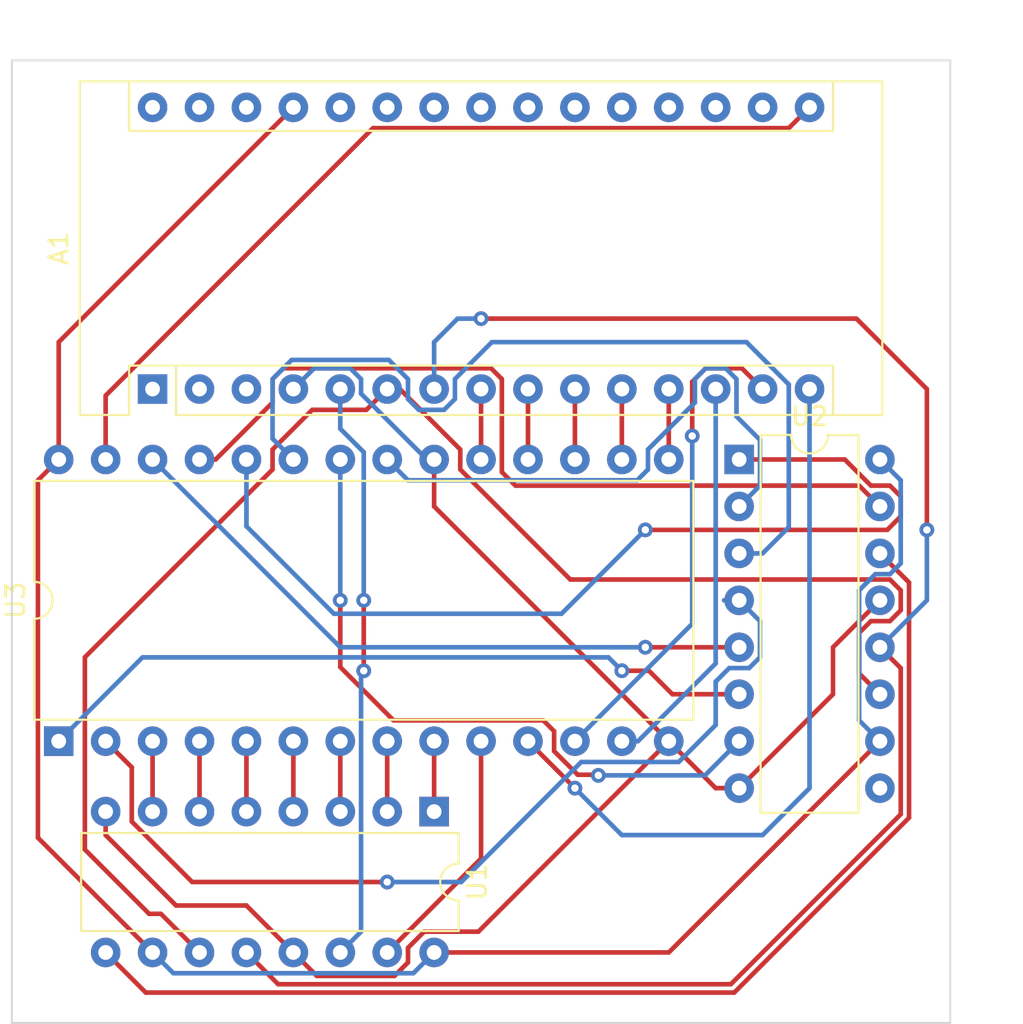
<source format=kicad_pcb>
(kicad_pcb (version 20171130) (host pcbnew "(5.1.7)-1")

  (general
    (thickness 1.6)
    (drawings 6)
    (tracks 218)
    (zones 0)
    (modules 4)
    (nets 49)
  )

  (page A4)
  (layers
    (0 F.Cu signal)
    (31 B.Cu signal)
    (32 B.Adhes user)
    (33 F.Adhes user)
    (34 B.Paste user)
    (35 F.Paste user)
    (36 B.SilkS user)
    (37 F.SilkS user)
    (38 B.Mask user)
    (39 F.Mask user)
    (40 Dwgs.User user)
    (41 Cmts.User user)
    (42 Eco1.User user)
    (43 Eco2.User user)
    (44 Edge.Cuts user)
    (45 Margin user)
    (46 B.CrtYd user)
    (47 F.CrtYd user)
    (48 B.Fab user)
    (49 F.Fab user)
  )

  (setup
    (last_trace_width 0.25)
    (trace_clearance 0.2)
    (zone_clearance 0.508)
    (zone_45_only no)
    (trace_min 0.2)
    (via_size 0.8)
    (via_drill 0.4)
    (via_min_size 0.4)
    (via_min_drill 0.3)
    (uvia_size 0.3)
    (uvia_drill 0.1)
    (uvias_allowed no)
    (uvia_min_size 0.2)
    (uvia_min_drill 0.1)
    (edge_width 0.1)
    (segment_width 0.2)
    (pcb_text_width 0.3)
    (pcb_text_size 1.5 1.5)
    (mod_edge_width 0.15)
    (mod_text_size 1 1)
    (mod_text_width 0.15)
    (pad_size 1.524 1.524)
    (pad_drill 0.762)
    (pad_to_mask_clearance 0)
    (aux_axis_origin 0 0)
    (visible_elements 7FFFFFFF)
    (pcbplotparams
      (layerselection 0x010fc_ffffffff)
      (usegerberextensions false)
      (usegerberattributes true)
      (usegerberadvancedattributes true)
      (creategerberjobfile true)
      (excludeedgelayer true)
      (linewidth 0.100000)
      (plotframeref false)
      (viasonmask false)
      (mode 1)
      (useauxorigin false)
      (hpglpennumber 1)
      (hpglpenspeed 20)
      (hpglpendiameter 15.000000)
      (psnegative false)
      (psa4output false)
      (plotreference true)
      (plotvalue true)
      (plotinvisibletext false)
      (padsonsilk false)
      (subtractmaskfromsilk false)
      (outputformat 1)
      (mirror false)
      (drillshape 0)
      (scaleselection 1)
      (outputdirectory "Out/"))
  )

  (net 0 "")
  (net 1 "Net-(A1-Pad1)")
  (net 2 "Net-(A1-Pad17)")
  (net 3 "Net-(A1-Pad2)")
  (net 4 "Net-(A1-Pad18)")
  (net 5 "Net-(A1-Pad3)")
  (net 6 "Net-(A1-Pad19)")
  (net 7 GND)
  (net 8 "Net-(A1-Pad20)")
  (net 9 "Net-(A1-Pad5)")
  (net 10 "Net-(A1-Pad21)")
  (net 11 "Net-(A1-Pad6)")
  (net 12 "Net-(A1-Pad22)")
  (net 13 "Net-(A1-Pad7)")
  (net 14 "Net-(A1-Pad23)")
  (net 15 "Net-(A1-Pad8)")
  (net 16 "Net-(A1-Pad24)")
  (net 17 "Net-(A1-Pad9)")
  (net 18 "Net-(A1-Pad25)")
  (net 19 "Net-(A1-Pad10)")
  (net 20 "Net-(A1-Pad26)")
  (net 21 "Net-(A1-Pad11)")
  (net 22 "Net-(A1-Pad27)")
  (net 23 "Net-(A1-Pad12)")
  (net 24 "Net-(A1-Pad28)")
  (net 25 "Net-(A1-Pad13)")
  (net 26 "Net-(A1-Pad14)")
  (net 27 "Net-(A1-Pad30)")
  (net 28 "Net-(A1-Pad15)")
  (net 29 "Net-(A1-Pad16)")
  (net 30 "Net-(U1-Pad1)")
  (net 31 "Net-(U1-Pad9)")
  (net 32 "Net-(U1-Pad2)")
  (net 33 "Net-(U1-Pad3)")
  (net 34 "Net-(U1-Pad4)")
  (net 35 "Net-(U1-Pad5)")
  (net 36 "Net-(U1-Pad6)")
  (net 37 "Net-(U1-Pad7)")
  (net 38 "Net-(U1-Pad15)")
  (net 39 "Net-(U2-Pad1)")
  (net 40 "Net-(U2-Pad9)")
  (net 41 "Net-(U2-Pad2)")
  (net 42 "Net-(U2-Pad3)")
  (net 43 "Net-(U2-Pad4)")
  (net 44 "Net-(U2-Pad5)")
  (net 45 "Net-(U2-Pad6)")
  (net 46 "Net-(U2-Pad7)")
  (net 47 "Net-(U2-Pad15)")
  (net 48 "Net-(A1-Pad29)")

  (net_class Default "This is the default net class."
    (clearance 0.2)
    (trace_width 0.25)
    (via_dia 0.8)
    (via_drill 0.4)
    (uvia_dia 0.3)
    (uvia_drill 0.1)
    (add_net GND)
    (add_net "Net-(A1-Pad1)")
    (add_net "Net-(A1-Pad10)")
    (add_net "Net-(A1-Pad11)")
    (add_net "Net-(A1-Pad12)")
    (add_net "Net-(A1-Pad13)")
    (add_net "Net-(A1-Pad14)")
    (add_net "Net-(A1-Pad15)")
    (add_net "Net-(A1-Pad16)")
    (add_net "Net-(A1-Pad17)")
    (add_net "Net-(A1-Pad18)")
    (add_net "Net-(A1-Pad19)")
    (add_net "Net-(A1-Pad2)")
    (add_net "Net-(A1-Pad20)")
    (add_net "Net-(A1-Pad21)")
    (add_net "Net-(A1-Pad22)")
    (add_net "Net-(A1-Pad23)")
    (add_net "Net-(A1-Pad24)")
    (add_net "Net-(A1-Pad25)")
    (add_net "Net-(A1-Pad26)")
    (add_net "Net-(A1-Pad27)")
    (add_net "Net-(A1-Pad28)")
    (add_net "Net-(A1-Pad29)")
    (add_net "Net-(A1-Pad3)")
    (add_net "Net-(A1-Pad30)")
    (add_net "Net-(A1-Pad5)")
    (add_net "Net-(A1-Pad6)")
    (add_net "Net-(A1-Pad7)")
    (add_net "Net-(A1-Pad8)")
    (add_net "Net-(A1-Pad9)")
    (add_net "Net-(U1-Pad1)")
    (add_net "Net-(U1-Pad15)")
    (add_net "Net-(U1-Pad2)")
    (add_net "Net-(U1-Pad3)")
    (add_net "Net-(U1-Pad4)")
    (add_net "Net-(U1-Pad5)")
    (add_net "Net-(U1-Pad6)")
    (add_net "Net-(U1-Pad7)")
    (add_net "Net-(U1-Pad9)")
    (add_net "Net-(U2-Pad1)")
    (add_net "Net-(U2-Pad15)")
    (add_net "Net-(U2-Pad2)")
    (add_net "Net-(U2-Pad3)")
    (add_net "Net-(U2-Pad4)")
    (add_net "Net-(U2-Pad5)")
    (add_net "Net-(U2-Pad6)")
    (add_net "Net-(U2-Pad7)")
    (add_net "Net-(U2-Pad9)")
  )

  (module Housings_DIP:DIP-28_W15.24mm (layer F.Cu) (tedit 59C78D6C) (tstamp 5F8371AF)
    (at 118.11 101.6 90)
    (descr "28-lead though-hole mounted DIP package, row spacing 15.24 mm (600 mils)")
    (tags "THT DIP DIL PDIP 2.54mm 15.24mm 600mil")
    (path /5F853324)
    (fp_text reference U3 (at 7.62 -2.33 90) (layer F.SilkS)
      (effects (font (size 1 1) (thickness 0.15)))
    )
    (fp_text value 28C256 (at 7.62 35.35 90) (layer F.Fab)
      (effects (font (size 1 1) (thickness 0.15)))
    )
    (fp_line (start 16.3 -1.55) (end -1.05 -1.55) (layer F.CrtYd) (width 0.05))
    (fp_line (start 16.3 34.55) (end 16.3 -1.55) (layer F.CrtYd) (width 0.05))
    (fp_line (start -1.05 34.55) (end 16.3 34.55) (layer F.CrtYd) (width 0.05))
    (fp_line (start -1.05 -1.55) (end -1.05 34.55) (layer F.CrtYd) (width 0.05))
    (fp_line (start 14.08 -1.33) (end 8.62 -1.33) (layer F.SilkS) (width 0.12))
    (fp_line (start 14.08 34.35) (end 14.08 -1.33) (layer F.SilkS) (width 0.12))
    (fp_line (start 1.16 34.35) (end 14.08 34.35) (layer F.SilkS) (width 0.12))
    (fp_line (start 1.16 -1.33) (end 1.16 34.35) (layer F.SilkS) (width 0.12))
    (fp_line (start 6.62 -1.33) (end 1.16 -1.33) (layer F.SilkS) (width 0.12))
    (fp_line (start 0.255 -0.27) (end 1.255 -1.27) (layer F.Fab) (width 0.1))
    (fp_line (start 0.255 34.29) (end 0.255 -0.27) (layer F.Fab) (width 0.1))
    (fp_line (start 14.985 34.29) (end 0.255 34.29) (layer F.Fab) (width 0.1))
    (fp_line (start 14.985 -1.27) (end 14.985 34.29) (layer F.Fab) (width 0.1))
    (fp_line (start 1.255 -1.27) (end 14.985 -1.27) (layer F.Fab) (width 0.1))
    (fp_arc (start 7.62 -1.33) (end 6.62 -1.33) (angle -180) (layer F.SilkS) (width 0.12))
    (fp_text user %R (at 7.62 16.51 90) (layer F.Fab)
      (effects (font (size 1 1) (thickness 0.15)))
    )
    (pad 1 thru_hole rect (at 0 0 90) (size 1.6 1.6) (drill 0.8) (layers *.Cu *.Mask)
      (net 45 "Net-(U2-Pad6)"))
    (pad 15 thru_hole oval (at 15.24 33.02 90) (size 1.6 1.6) (drill 0.8) (layers *.Cu *.Mask)
      (net 23 "Net-(A1-Pad12)"))
    (pad 2 thru_hole oval (at 0 2.54 90) (size 1.6 1.6) (drill 0.8) (layers *.Cu *.Mask)
      (net 43 "Net-(U2-Pad4)"))
    (pad 16 thru_hole oval (at 15.24 30.48 90) (size 1.6 1.6) (drill 0.8) (layers *.Cu *.Mask)
      (net 21 "Net-(A1-Pad11)"))
    (pad 3 thru_hole oval (at 0 5.08 90) (size 1.6 1.6) (drill 0.8) (layers *.Cu *.Mask)
      (net 37 "Net-(U1-Pad7)"))
    (pad 17 thru_hole oval (at 15.24 27.94 90) (size 1.6 1.6) (drill 0.8) (layers *.Cu *.Mask)
      (net 19 "Net-(A1-Pad10)"))
    (pad 4 thru_hole oval (at 0 7.62 90) (size 1.6 1.6) (drill 0.8) (layers *.Cu *.Mask)
      (net 36 "Net-(U1-Pad6)"))
    (pad 18 thru_hole oval (at 15.24 25.4 90) (size 1.6 1.6) (drill 0.8) (layers *.Cu *.Mask)
      (net 17 "Net-(A1-Pad9)"))
    (pad 5 thru_hole oval (at 0 10.16 90) (size 1.6 1.6) (drill 0.8) (layers *.Cu *.Mask)
      (net 35 "Net-(U1-Pad5)"))
    (pad 19 thru_hole oval (at 15.24 22.86 90) (size 1.6 1.6) (drill 0.8) (layers *.Cu *.Mask)
      (net 15 "Net-(A1-Pad8)"))
    (pad 6 thru_hole oval (at 0 12.7 90) (size 1.6 1.6) (drill 0.8) (layers *.Cu *.Mask)
      (net 34 "Net-(U1-Pad4)"))
    (pad 20 thru_hole oval (at 15.24 20.32 90) (size 1.6 1.6) (drill 0.8) (layers *.Cu *.Mask)
      (net 7 GND))
    (pad 7 thru_hole oval (at 0 15.24 90) (size 1.6 1.6) (drill 0.8) (layers *.Cu *.Mask)
      (net 33 "Net-(U1-Pad3)"))
    (pad 21 thru_hole oval (at 15.24 17.78 90) (size 1.6 1.6) (drill 0.8) (layers *.Cu *.Mask)
      (net 41 "Net-(U2-Pad2)"))
    (pad 8 thru_hole oval (at 0 17.78 90) (size 1.6 1.6) (drill 0.8) (layers *.Cu *.Mask)
      (net 32 "Net-(U1-Pad2)"))
    (pad 22 thru_hole oval (at 15.24 15.24 90) (size 1.6 1.6) (drill 0.8) (layers *.Cu *.Mask)
      (net 46 "Net-(U2-Pad7)"))
    (pad 9 thru_hole oval (at 0 20.32 90) (size 1.6 1.6) (drill 0.8) (layers *.Cu *.Mask)
      (net 30 "Net-(U1-Pad1)"))
    (pad 23 thru_hole oval (at 15.24 12.7 90) (size 1.6 1.6) (drill 0.8) (layers *.Cu *.Mask)
      (net 42 "Net-(U2-Pad3)"))
    (pad 10 thru_hole oval (at 0 22.86 90) (size 1.6 1.6) (drill 0.8) (layers *.Cu *.Mask)
      (net 38 "Net-(U1-Pad15)"))
    (pad 24 thru_hole oval (at 15.24 10.16 90) (size 1.6 1.6) (drill 0.8) (layers *.Cu *.Mask)
      (net 39 "Net-(U2-Pad1)"))
    (pad 11 thru_hole oval (at 0 25.4 90) (size 1.6 1.6) (drill 0.8) (layers *.Cu *.Mask)
      (net 28 "Net-(A1-Pad15)"))
    (pad 25 thru_hole oval (at 15.24 7.62 90) (size 1.6 1.6) (drill 0.8) (layers *.Cu *.Mask)
      (net 47 "Net-(U2-Pad15)"))
    (pad 12 thru_hole oval (at 0 27.94 90) (size 1.6 1.6) (drill 0.8) (layers *.Cu *.Mask)
      (net 26 "Net-(A1-Pad14)"))
    (pad 26 thru_hole oval (at 15.24 5.08 90) (size 1.6 1.6) (drill 0.8) (layers *.Cu *.Mask)
      (net 44 "Net-(U2-Pad5)"))
    (pad 13 thru_hole oval (at 0 30.48 90) (size 1.6 1.6) (drill 0.8) (layers *.Cu *.Mask)
      (net 25 "Net-(A1-Pad13)"))
    (pad 27 thru_hole oval (at 15.24 2.54 90) (size 1.6 1.6) (drill 0.8) (layers *.Cu *.Mask)
      (net 29 "Net-(A1-Pad16)"))
    (pad 14 thru_hole oval (at 0 33.02 90) (size 1.6 1.6) (drill 0.8) (layers *.Cu *.Mask)
      (net 7 GND))
    (pad 28 thru_hole oval (at 15.24 0 90) (size 1.6 1.6) (drill 0.8) (layers *.Cu *.Mask)
      (net 22 "Net-(A1-Pad27)"))
    (model ${KISYS3DMOD}/Housings_DIP.3dshapes/DIP-28_W15.24mm.wrl
      (at (xyz 0 0 0))
      (scale (xyz 1 1 1))
      (rotate (xyz 0 0 0))
    )
  )

  (module Housings_DIP:DIP-16_W7.62mm (layer F.Cu) (tedit 59C78D6B) (tstamp 5F8371AC)
    (at 154.94 86.36)
    (descr "16-lead though-hole mounted DIP package, row spacing 7.62 mm (300 mils)")
    (tags "THT DIP DIL PDIP 2.54mm 7.62mm 300mil")
    (path /5F85175A)
    (fp_text reference U2 (at 3.81 -2.33) (layer F.SilkS)
      (effects (font (size 1 1) (thickness 0.15)))
    )
    (fp_text value 74HC595 (at 3.81 20.11) (layer F.Fab)
      (effects (font (size 1 1) (thickness 0.15)))
    )
    (fp_line (start 8.7 -1.55) (end -1.1 -1.55) (layer F.CrtYd) (width 0.05))
    (fp_line (start 8.7 19.3) (end 8.7 -1.55) (layer F.CrtYd) (width 0.05))
    (fp_line (start -1.1 19.3) (end 8.7 19.3) (layer F.CrtYd) (width 0.05))
    (fp_line (start -1.1 -1.55) (end -1.1 19.3) (layer F.CrtYd) (width 0.05))
    (fp_line (start 6.46 -1.33) (end 4.81 -1.33) (layer F.SilkS) (width 0.12))
    (fp_line (start 6.46 19.11) (end 6.46 -1.33) (layer F.SilkS) (width 0.12))
    (fp_line (start 1.16 19.11) (end 6.46 19.11) (layer F.SilkS) (width 0.12))
    (fp_line (start 1.16 -1.33) (end 1.16 19.11) (layer F.SilkS) (width 0.12))
    (fp_line (start 2.81 -1.33) (end 1.16 -1.33) (layer F.SilkS) (width 0.12))
    (fp_line (start 0.635 -0.27) (end 1.635 -1.27) (layer F.Fab) (width 0.1))
    (fp_line (start 0.635 19.05) (end 0.635 -0.27) (layer F.Fab) (width 0.1))
    (fp_line (start 6.985 19.05) (end 0.635 19.05) (layer F.Fab) (width 0.1))
    (fp_line (start 6.985 -1.27) (end 6.985 19.05) (layer F.Fab) (width 0.1))
    (fp_line (start 1.635 -1.27) (end 6.985 -1.27) (layer F.Fab) (width 0.1))
    (fp_arc (start 3.81 -1.33) (end 2.81 -1.33) (angle -180) (layer F.SilkS) (width 0.12))
    (fp_text user %R (at 3.81 8.89) (layer F.Fab)
      (effects (font (size 1 1) (thickness 0.15)))
    )
    (pad 1 thru_hole rect (at 0 0) (size 1.6 1.6) (drill 0.8) (layers *.Cu *.Mask)
      (net 39 "Net-(U2-Pad1)"))
    (pad 9 thru_hole oval (at 7.62 17.78) (size 1.6 1.6) (drill 0.8) (layers *.Cu *.Mask)
      (net 40 "Net-(U2-Pad9)"))
    (pad 2 thru_hole oval (at 0 2.54) (size 1.6 1.6) (drill 0.8) (layers *.Cu *.Mask)
      (net 41 "Net-(U2-Pad2)"))
    (pad 10 thru_hole oval (at 7.62 15.24) (size 1.6 1.6) (drill 0.8) (layers *.Cu *.Mask)
      (net 22 "Net-(A1-Pad27)"))
    (pad 3 thru_hole oval (at 0 5.08) (size 1.6 1.6) (drill 0.8) (layers *.Cu *.Mask)
      (net 42 "Net-(U2-Pad3)"))
    (pad 11 thru_hole oval (at 7.62 12.7) (size 1.6 1.6) (drill 0.8) (layers *.Cu *.Mask)
      (net 11 "Net-(A1-Pad6)"))
    (pad 4 thru_hole oval (at 0 7.62) (size 1.6 1.6) (drill 0.8) (layers *.Cu *.Mask)
      (net 43 "Net-(U2-Pad4)"))
    (pad 12 thru_hole oval (at 7.62 10.16) (size 1.6 1.6) (drill 0.8) (layers *.Cu *.Mask)
      (net 13 "Net-(A1-Pad7)"))
    (pad 5 thru_hole oval (at 0 10.16) (size 1.6 1.6) (drill 0.8) (layers *.Cu *.Mask)
      (net 44 "Net-(U2-Pad5)"))
    (pad 13 thru_hole oval (at 7.62 7.62) (size 1.6 1.6) (drill 0.8) (layers *.Cu *.Mask)
      (net 7 GND))
    (pad 6 thru_hole oval (at 0 12.7) (size 1.6 1.6) (drill 0.8) (layers *.Cu *.Mask)
      (net 45 "Net-(U2-Pad6)"))
    (pad 14 thru_hole oval (at 7.62 5.08) (size 1.6 1.6) (drill 0.8) (layers *.Cu *.Mask)
      (net 31 "Net-(U1-Pad9)"))
    (pad 7 thru_hole oval (at 0 15.24) (size 1.6 1.6) (drill 0.8) (layers *.Cu *.Mask)
      (net 46 "Net-(U2-Pad7)"))
    (pad 15 thru_hole oval (at 7.62 2.54) (size 1.6 1.6) (drill 0.8) (layers *.Cu *.Mask)
      (net 47 "Net-(U2-Pad15)"))
    (pad 8 thru_hole oval (at 0 17.78) (size 1.6 1.6) (drill 0.8) (layers *.Cu *.Mask)
      (net 7 GND))
    (pad 16 thru_hole oval (at 7.62 0) (size 1.6 1.6) (drill 0.8) (layers *.Cu *.Mask)
      (net 22 "Net-(A1-Pad27)"))
    (model ${KISYS3DMOD}/Housings_DIP.3dshapes/DIP-16_W7.62mm.wrl
      (at (xyz 0 0 0))
      (scale (xyz 1 1 1))
      (rotate (xyz 0 0 0))
    )
  )

  (module Housings_DIP:DIP-16_W7.62mm (layer F.Cu) (tedit 59C78D6B) (tstamp 5F8371A9)
    (at 138.43 105.41 270)
    (descr "16-lead though-hole mounted DIP package, row spacing 7.62 mm (300 mils)")
    (tags "THT DIP DIL PDIP 2.54mm 7.62mm 300mil")
    (path /5F84FE49)
    (fp_text reference U1 (at 3.81 -2.33 90) (layer F.SilkS)
      (effects (font (size 1 1) (thickness 0.15)))
    )
    (fp_text value 74HC595 (at 3.81 20.11 90) (layer F.Fab)
      (effects (font (size 1 1) (thickness 0.15)))
    )
    (fp_line (start 8.7 -1.55) (end -1.1 -1.55) (layer F.CrtYd) (width 0.05))
    (fp_line (start 8.7 19.3) (end 8.7 -1.55) (layer F.CrtYd) (width 0.05))
    (fp_line (start -1.1 19.3) (end 8.7 19.3) (layer F.CrtYd) (width 0.05))
    (fp_line (start -1.1 -1.55) (end -1.1 19.3) (layer F.CrtYd) (width 0.05))
    (fp_line (start 6.46 -1.33) (end 4.81 -1.33) (layer F.SilkS) (width 0.12))
    (fp_line (start 6.46 19.11) (end 6.46 -1.33) (layer F.SilkS) (width 0.12))
    (fp_line (start 1.16 19.11) (end 6.46 19.11) (layer F.SilkS) (width 0.12))
    (fp_line (start 1.16 -1.33) (end 1.16 19.11) (layer F.SilkS) (width 0.12))
    (fp_line (start 2.81 -1.33) (end 1.16 -1.33) (layer F.SilkS) (width 0.12))
    (fp_line (start 0.635 -0.27) (end 1.635 -1.27) (layer F.Fab) (width 0.1))
    (fp_line (start 0.635 19.05) (end 0.635 -0.27) (layer F.Fab) (width 0.1))
    (fp_line (start 6.985 19.05) (end 0.635 19.05) (layer F.Fab) (width 0.1))
    (fp_line (start 6.985 -1.27) (end 6.985 19.05) (layer F.Fab) (width 0.1))
    (fp_line (start 1.635 -1.27) (end 6.985 -1.27) (layer F.Fab) (width 0.1))
    (fp_arc (start 3.81 -1.33) (end 2.81 -1.33) (angle -180) (layer F.SilkS) (width 0.12))
    (fp_text user %R (at 3.81 8.89 90) (layer F.Fab)
      (effects (font (size 1 1) (thickness 0.15)))
    )
    (pad 1 thru_hole rect (at 0 0 270) (size 1.6 1.6) (drill 0.8) (layers *.Cu *.Mask)
      (net 30 "Net-(U1-Pad1)"))
    (pad 9 thru_hole oval (at 7.62 17.78 270) (size 1.6 1.6) (drill 0.8) (layers *.Cu *.Mask)
      (net 31 "Net-(U1-Pad9)"))
    (pad 2 thru_hole oval (at 0 2.54 270) (size 1.6 1.6) (drill 0.8) (layers *.Cu *.Mask)
      (net 32 "Net-(U1-Pad2)"))
    (pad 10 thru_hole oval (at 7.62 15.24 270) (size 1.6 1.6) (drill 0.8) (layers *.Cu *.Mask)
      (net 22 "Net-(A1-Pad27)"))
    (pad 3 thru_hole oval (at 0 5.08 270) (size 1.6 1.6) (drill 0.8) (layers *.Cu *.Mask)
      (net 33 "Net-(U1-Pad3)"))
    (pad 11 thru_hole oval (at 7.62 12.7 270) (size 1.6 1.6) (drill 0.8) (layers *.Cu *.Mask)
      (net 11 "Net-(A1-Pad6)"))
    (pad 4 thru_hole oval (at 0 7.62 270) (size 1.6 1.6) (drill 0.8) (layers *.Cu *.Mask)
      (net 34 "Net-(U1-Pad4)"))
    (pad 12 thru_hole oval (at 7.62 10.16 270) (size 1.6 1.6) (drill 0.8) (layers *.Cu *.Mask)
      (net 13 "Net-(A1-Pad7)"))
    (pad 5 thru_hole oval (at 0 10.16 270) (size 1.6 1.6) (drill 0.8) (layers *.Cu *.Mask)
      (net 35 "Net-(U1-Pad5)"))
    (pad 13 thru_hole oval (at 7.62 7.62 270) (size 1.6 1.6) (drill 0.8) (layers *.Cu *.Mask)
      (net 7 GND))
    (pad 6 thru_hole oval (at 0 12.7 270) (size 1.6 1.6) (drill 0.8) (layers *.Cu *.Mask)
      (net 36 "Net-(U1-Pad6)"))
    (pad 14 thru_hole oval (at 7.62 5.08 270) (size 1.6 1.6) (drill 0.8) (layers *.Cu *.Mask)
      (net 9 "Net-(A1-Pad5)"))
    (pad 7 thru_hole oval (at 0 15.24 270) (size 1.6 1.6) (drill 0.8) (layers *.Cu *.Mask)
      (net 37 "Net-(U1-Pad7)"))
    (pad 15 thru_hole oval (at 7.62 2.54 270) (size 1.6 1.6) (drill 0.8) (layers *.Cu *.Mask)
      (net 38 "Net-(U1-Pad15)"))
    (pad 8 thru_hole oval (at 0 17.78 270) (size 1.6 1.6) (drill 0.8) (layers *.Cu *.Mask)
      (net 7 GND))
    (pad 16 thru_hole oval (at 7.62 0 270) (size 1.6 1.6) (drill 0.8) (layers *.Cu *.Mask)
      (net 22 "Net-(A1-Pad27)"))
    (model ${KISYS3DMOD}/Housings_DIP.3dshapes/DIP-16_W7.62mm.wrl
      (at (xyz 0 0 0))
      (scale (xyz 1 1 1))
      (rotate (xyz 0 0 0))
    )
  )

  (module Modules:Arduino_Nano (layer F.Cu) (tedit 58ACAF70) (tstamp 5F8371A6)
    (at 123.19 82.55 90)
    (descr "Arduino Nano, http://www.mouser.com/pdfdocs/Gravitech_Arduino_Nano3_0.pdf")
    (tags "Arduino Nano")
    (path /5F839362)
    (fp_text reference A1 (at 7.62 -5.08 90) (layer F.SilkS)
      (effects (font (size 1 1) (thickness 0.15)))
    )
    (fp_text value Arduino_Nano_v3.x (at 8.89 19.05) (layer F.Fab)
      (effects (font (size 1 1) (thickness 0.15)))
    )
    (fp_line (start 16.75 42.16) (end -1.53 42.16) (layer F.CrtYd) (width 0.05))
    (fp_line (start 16.75 42.16) (end 16.75 -4.06) (layer F.CrtYd) (width 0.05))
    (fp_line (start -1.53 -4.06) (end -1.53 42.16) (layer F.CrtYd) (width 0.05))
    (fp_line (start -1.53 -4.06) (end 16.75 -4.06) (layer F.CrtYd) (width 0.05))
    (fp_line (start 16.51 -3.81) (end 16.51 39.37) (layer F.Fab) (width 0.1))
    (fp_line (start 0 -3.81) (end 16.51 -3.81) (layer F.Fab) (width 0.1))
    (fp_line (start -1.27 -2.54) (end 0 -3.81) (layer F.Fab) (width 0.1))
    (fp_line (start -1.27 39.37) (end -1.27 -2.54) (layer F.Fab) (width 0.1))
    (fp_line (start 16.51 39.37) (end -1.27 39.37) (layer F.Fab) (width 0.1))
    (fp_line (start 16.64 -3.94) (end -1.4 -3.94) (layer F.SilkS) (width 0.12))
    (fp_line (start 16.64 39.5) (end 16.64 -3.94) (layer F.SilkS) (width 0.12))
    (fp_line (start -1.4 39.5) (end 16.64 39.5) (layer F.SilkS) (width 0.12))
    (fp_line (start 3.81 41.91) (end 3.81 31.75) (layer F.Fab) (width 0.1))
    (fp_line (start 11.43 41.91) (end 3.81 41.91) (layer F.Fab) (width 0.1))
    (fp_line (start 11.43 31.75) (end 11.43 41.91) (layer F.Fab) (width 0.1))
    (fp_line (start 3.81 31.75) (end 11.43 31.75) (layer F.Fab) (width 0.1))
    (fp_line (start 1.27 36.83) (end -1.4 36.83) (layer F.SilkS) (width 0.12))
    (fp_line (start 1.27 1.27) (end 1.27 36.83) (layer F.SilkS) (width 0.12))
    (fp_line (start 1.27 1.27) (end -1.4 1.27) (layer F.SilkS) (width 0.12))
    (fp_line (start 13.97 36.83) (end 16.64 36.83) (layer F.SilkS) (width 0.12))
    (fp_line (start 13.97 -1.27) (end 13.97 36.83) (layer F.SilkS) (width 0.12))
    (fp_line (start 13.97 -1.27) (end 16.64 -1.27) (layer F.SilkS) (width 0.12))
    (fp_line (start -1.4 -3.94) (end -1.4 -1.27) (layer F.SilkS) (width 0.12))
    (fp_line (start -1.4 1.27) (end -1.4 39.5) (layer F.SilkS) (width 0.12))
    (fp_line (start 1.27 -1.27) (end -1.4 -1.27) (layer F.SilkS) (width 0.12))
    (fp_line (start 1.27 1.27) (end 1.27 -1.27) (layer F.SilkS) (width 0.12))
    (fp_text user %R (at 6.35 19.05) (layer F.Fab)
      (effects (font (size 1 1) (thickness 0.15)))
    )
    (pad 1 thru_hole rect (at 0 0 90) (size 1.6 1.6) (drill 0.8) (layers *.Cu *.Mask)
      (net 1 "Net-(A1-Pad1)"))
    (pad 17 thru_hole oval (at 15.24 33.02 90) (size 1.6 1.6) (drill 0.8) (layers *.Cu *.Mask)
      (net 2 "Net-(A1-Pad17)"))
    (pad 2 thru_hole oval (at 0 2.54 90) (size 1.6 1.6) (drill 0.8) (layers *.Cu *.Mask)
      (net 3 "Net-(A1-Pad2)"))
    (pad 18 thru_hole oval (at 15.24 30.48 90) (size 1.6 1.6) (drill 0.8) (layers *.Cu *.Mask)
      (net 4 "Net-(A1-Pad18)"))
    (pad 3 thru_hole oval (at 0 5.08 90) (size 1.6 1.6) (drill 0.8) (layers *.Cu *.Mask)
      (net 5 "Net-(A1-Pad3)"))
    (pad 19 thru_hole oval (at 15.24 27.94 90) (size 1.6 1.6) (drill 0.8) (layers *.Cu *.Mask)
      (net 6 "Net-(A1-Pad19)"))
    (pad 4 thru_hole oval (at 0 7.62 90) (size 1.6 1.6) (drill 0.8) (layers *.Cu *.Mask)
      (net 7 GND))
    (pad 20 thru_hole oval (at 15.24 25.4 90) (size 1.6 1.6) (drill 0.8) (layers *.Cu *.Mask)
      (net 8 "Net-(A1-Pad20)"))
    (pad 5 thru_hole oval (at 0 10.16 90) (size 1.6 1.6) (drill 0.8) (layers *.Cu *.Mask)
      (net 9 "Net-(A1-Pad5)"))
    (pad 21 thru_hole oval (at 15.24 22.86 90) (size 1.6 1.6) (drill 0.8) (layers *.Cu *.Mask)
      (net 10 "Net-(A1-Pad21)"))
    (pad 6 thru_hole oval (at 0 12.7 90) (size 1.6 1.6) (drill 0.8) (layers *.Cu *.Mask)
      (net 11 "Net-(A1-Pad6)"))
    (pad 22 thru_hole oval (at 15.24 20.32 90) (size 1.6 1.6) (drill 0.8) (layers *.Cu *.Mask)
      (net 12 "Net-(A1-Pad22)"))
    (pad 7 thru_hole oval (at 0 15.24 90) (size 1.6 1.6) (drill 0.8) (layers *.Cu *.Mask)
      (net 13 "Net-(A1-Pad7)"))
    (pad 23 thru_hole oval (at 15.24 17.78 90) (size 1.6 1.6) (drill 0.8) (layers *.Cu *.Mask)
      (net 14 "Net-(A1-Pad23)"))
    (pad 8 thru_hole oval (at 0 17.78 90) (size 1.6 1.6) (drill 0.8) (layers *.Cu *.Mask)
      (net 15 "Net-(A1-Pad8)"))
    (pad 24 thru_hole oval (at 15.24 15.24 90) (size 1.6 1.6) (drill 0.8) (layers *.Cu *.Mask)
      (net 16 "Net-(A1-Pad24)"))
    (pad 9 thru_hole oval (at 0 20.32 90) (size 1.6 1.6) (drill 0.8) (layers *.Cu *.Mask)
      (net 17 "Net-(A1-Pad9)"))
    (pad 25 thru_hole oval (at 15.24 12.7 90) (size 1.6 1.6) (drill 0.8) (layers *.Cu *.Mask)
      (net 18 "Net-(A1-Pad25)"))
    (pad 10 thru_hole oval (at 0 22.86 90) (size 1.6 1.6) (drill 0.8) (layers *.Cu *.Mask)
      (net 19 "Net-(A1-Pad10)"))
    (pad 26 thru_hole oval (at 15.24 10.16 90) (size 1.6 1.6) (drill 0.8) (layers *.Cu *.Mask)
      (net 20 "Net-(A1-Pad26)"))
    (pad 11 thru_hole oval (at 0 25.4 90) (size 1.6 1.6) (drill 0.8) (layers *.Cu *.Mask)
      (net 21 "Net-(A1-Pad11)"))
    (pad 27 thru_hole oval (at 15.24 7.62 90) (size 1.6 1.6) (drill 0.8) (layers *.Cu *.Mask)
      (net 22 "Net-(A1-Pad27)"))
    (pad 12 thru_hole oval (at 0 27.94 90) (size 1.6 1.6) (drill 0.8) (layers *.Cu *.Mask)
      (net 23 "Net-(A1-Pad12)"))
    (pad 28 thru_hole oval (at 15.24 5.08 90) (size 1.6 1.6) (drill 0.8) (layers *.Cu *.Mask)
      (net 24 "Net-(A1-Pad28)"))
    (pad 13 thru_hole oval (at 0 30.48 90) (size 1.6 1.6) (drill 0.8) (layers *.Cu *.Mask)
      (net 25 "Net-(A1-Pad13)"))
    (pad 29 thru_hole oval (at 15.24 2.54 90) (size 1.6 1.6) (drill 0.8) (layers *.Cu *.Mask)
      (net 48 "Net-(A1-Pad29)"))
    (pad 14 thru_hole oval (at 0 33.02 90) (size 1.6 1.6) (drill 0.8) (layers *.Cu *.Mask)
      (net 26 "Net-(A1-Pad14)"))
    (pad 30 thru_hole oval (at 15.24 0 90) (size 1.6 1.6) (drill 0.8) (layers *.Cu *.Mask)
      (net 27 "Net-(A1-Pad30)"))
    (pad 15 thru_hole oval (at 0 35.56 90) (size 1.6 1.6) (drill 0.8) (layers *.Cu *.Mask)
      (net 28 "Net-(A1-Pad15)"))
    (pad 16 thru_hole oval (at 15.24 35.56 90) (size 1.6 1.6) (drill 0.8) (layers *.Cu *.Mask)
      (net 29 "Net-(A1-Pad16)"))
  )

  (dimension 50.8 (width 0.15) (layer Dwgs.User)
    (gr_text "50.800 mm" (at 140.97 62.2) (layer Dwgs.User)
      (effects (font (size 1 1) (thickness 0.15)))
    )
    (feature1 (pts (xy 166.37 64.77) (xy 166.37 62.913579)))
    (feature2 (pts (xy 115.57 64.77) (xy 115.57 62.913579)))
    (crossbar (pts (xy 115.57 63.5) (xy 166.37 63.5)))
    (arrow1a (pts (xy 166.37 63.5) (xy 165.243496 64.086421)))
    (arrow1b (pts (xy 166.37 63.5) (xy 165.243496 62.913579)))
    (arrow2a (pts (xy 115.57 63.5) (xy 116.696504 64.086421)))
    (arrow2b (pts (xy 115.57 63.5) (xy 116.696504 62.913579)))
  )
  (dimension 52.07 (width 0.15) (layer Dwgs.User)
    (gr_text "52.070 mm" (at 168.94 90.805 270) (layer Dwgs.User)
      (effects (font (size 1 1) (thickness 0.15)))
    )
    (feature1 (pts (xy 166.37 116.84) (xy 168.226421 116.84)))
    (feature2 (pts (xy 166.37 64.77) (xy 168.226421 64.77)))
    (crossbar (pts (xy 167.64 64.77) (xy 167.64 116.84)))
    (arrow1a (pts (xy 167.64 116.84) (xy 167.053579 115.713496)))
    (arrow1b (pts (xy 167.64 116.84) (xy 168.226421 115.713496)))
    (arrow2a (pts (xy 167.64 64.77) (xy 167.053579 65.896504)))
    (arrow2b (pts (xy 167.64 64.77) (xy 168.226421 65.896504)))
  )
  (gr_line (start 115.57 64.77) (end 115.57 116.84) (layer Edge.Cuts) (width 0.1) (tstamp 5F839099))
  (gr_line (start 166.37 64.77) (end 115.57 64.77) (layer Edge.Cuts) (width 0.1))
  (gr_line (start 166.37 116.84) (end 166.37 64.77) (layer Edge.Cuts) (width 0.1))
  (gr_line (start 115.57 116.84) (end 166.37 116.84) (layer Edge.Cuts) (width 0.1))

  (segment (start 153.67 104.14) (end 151.13 101.6) (width 0.25) (layer F.Cu) (net 7))
  (segment (start 154.94 104.14) (end 153.67 104.14) (width 0.25) (layer F.Cu) (net 7))
  (segment (start 160.02 96.52) (end 162.56 93.98) (width 0.25) (layer F.Cu) (net 7))
  (segment (start 160.02 99.06) (end 160.02 96.52) (width 0.25) (layer F.Cu) (net 7))
  (segment (start 154.94 104.14) (end 160.02 99.06) (width 0.25) (layer F.Cu) (net 7))
  (segment (start 138.43 88.9) (end 151.13 101.6) (width 0.25) (layer F.Cu) (net 7))
  (segment (start 138.43 86.36) (end 138.43 88.9) (width 0.25) (layer F.Cu) (net 7))
  (segment (start 130.81 113.03) (end 128.27 110.49) (width 0.25) (layer F.Cu) (net 7))
  (segment (start 137.015001 113.570001) (end 136.285002 114.3) (width 0.25) (layer F.Cu) (net 7))
  (segment (start 137.015001 112.779997) (end 137.015001 113.570001) (width 0.25) (layer F.Cu) (net 7))
  (segment (start 137.889999 111.904999) (end 137.015001 112.779997) (width 0.25) (layer F.Cu) (net 7))
  (segment (start 140.825001 111.904999) (end 137.889999 111.904999) (width 0.25) (layer F.Cu) (net 7))
  (segment (start 151.13 101.6) (end 140.825001 111.904999) (width 0.25) (layer F.Cu) (net 7))
  (segment (start 132.08 114.3) (end 130.81 113.03) (width 0.25) (layer F.Cu) (net 7))
  (segment (start 136.285002 114.3) (end 132.08 114.3) (width 0.25) (layer F.Cu) (net 7))
  (segment (start 131.935001 81.424999) (end 130.81 82.55) (width 0.25) (layer B.Cu) (net 7))
  (segment (start 134.475001 82.009999) (end 133.890001 81.424999) (width 0.25) (layer B.Cu) (net 7))
  (segment (start 134.475001 82.800003) (end 134.475001 82.009999) (width 0.25) (layer B.Cu) (net 7))
  (segment (start 138.034998 86.36) (end 134.475001 82.800003) (width 0.25) (layer B.Cu) (net 7))
  (segment (start 133.890001 81.424999) (end 131.935001 81.424999) (width 0.25) (layer B.Cu) (net 7))
  (segment (start 138.43 86.36) (end 138.034998 86.36) (width 0.25) (layer B.Cu) (net 7))
  (segment (start 120.65 105.41) (end 120.65 106.68) (width 0.25) (layer F.Cu) (net 7))
  (segment (start 124.46 110.49) (end 128.27 110.49) (width 0.25) (layer F.Cu) (net 7))
  (segment (start 120.65 106.68) (end 124.46 110.49) (width 0.25) (layer F.Cu) (net 7))
  (segment (start 134.475001 111.904999) (end 134.475001 97.934999) (width 0.25) (layer B.Cu) (net 9))
  (via (at 134.62 97.79) (size 0.8) (drill 0.4) (layers F.Cu B.Cu) (net 9))
  (segment (start 134.475001 97.934999) (end 134.62 97.79) (width 0.25) (layer B.Cu) (net 9))
  (segment (start 133.35 113.03) (end 134.475001 111.904999) (width 0.25) (layer B.Cu) (net 9))
  (segment (start 134.62 97.79) (end 134.62 95.25) (width 0.25) (layer F.Cu) (net 9))
  (via (at 134.62 93.98) (size 0.8) (drill 0.4) (layers F.Cu B.Cu) (net 9))
  (segment (start 134.62 95.25) (end 134.62 93.98) (width 0.25) (layer F.Cu) (net 9))
  (segment (start 133.35 84.694998) (end 133.35 82.55) (width 0.25) (layer B.Cu) (net 9))
  (segment (start 134.62 85.964998) (end 133.35 84.694998) (width 0.25) (layer B.Cu) (net 9))
  (segment (start 134.62 93.98) (end 134.62 85.964998) (width 0.25) (layer B.Cu) (net 9))
  (segment (start 134.764999 83.675001) (end 135.89 82.55) (width 0.25) (layer F.Cu) (net 11))
  (segment (start 131.829997 83.675001) (end 134.764999 83.675001) (width 0.25) (layer F.Cu) (net 11))
  (segment (start 129.684999 86.900001) (end 129.684999 85.819999) (width 0.25) (layer F.Cu) (net 11))
  (segment (start 119.524999 107.461409) (end 119.524999 97.060001) (width 0.25) (layer F.Cu) (net 11))
  (segment (start 119.524999 97.060001) (end 129.684999 86.900001) (width 0.25) (layer F.Cu) (net 11))
  (segment (start 123.003599 110.940009) (end 119.524999 107.461409) (width 0.25) (layer F.Cu) (net 11))
  (segment (start 129.684999 85.819999) (end 131.829997 83.675001) (width 0.25) (layer F.Cu) (net 11))
  (segment (start 123.64001 110.94001) (end 123.003599 110.940009) (width 0.25) (layer F.Cu) (net 11))
  (segment (start 125.73 113.03) (end 123.64001 110.94001) (width 0.25) (layer F.Cu) (net 11))
  (segment (start 163.100001 95.105001) (end 162.071409 95.105001) (width 0.25) (layer F.Cu) (net 11))
  (segment (start 163.685001 94.520001) (end 163.100001 95.105001) (width 0.25) (layer F.Cu) (net 11))
  (segment (start 161.434999 97.934999) (end 162.56 99.06) (width 0.25) (layer F.Cu) (net 11))
  (segment (start 163.685001 93.439999) (end 163.685001 94.520001) (width 0.25) (layer F.Cu) (net 11))
  (segment (start 163.100001 92.854999) (end 163.685001 93.439999) (width 0.25) (layer F.Cu) (net 11))
  (segment (start 161.434999 95.741411) (end 161.434999 97.934999) (width 0.25) (layer F.Cu) (net 11))
  (segment (start 145.799997 92.854999) (end 163.100001 92.854999) (width 0.25) (layer F.Cu) (net 11))
  (segment (start 139.844999 86.900001) (end 145.799997 92.854999) (width 0.25) (layer F.Cu) (net 11))
  (segment (start 139.844999 85.819999) (end 139.844999 86.900001) (width 0.25) (layer F.Cu) (net 11))
  (segment (start 162.071409 95.105001) (end 161.434999 95.741411) (width 0.25) (layer F.Cu) (net 11))
  (segment (start 136.575 82.55) (end 139.844999 85.819999) (width 0.25) (layer F.Cu) (net 11))
  (segment (start 135.89 82.55) (end 136.575 82.55) (width 0.25) (layer F.Cu) (net 11))
  (segment (start 162.56 96.52) (end 165.1 93.98) (width 0.25) (layer B.Cu) (net 13))
  (via (at 165.1 90.17) (size 0.8) (drill 0.4) (layers F.Cu B.Cu) (net 13))
  (segment (start 165.1 93.98) (end 165.1 90.17) (width 0.25) (layer B.Cu) (net 13))
  (segment (start 165.1 90.17) (end 165.1 82.55) (width 0.25) (layer F.Cu) (net 13))
  (segment (start 165.1 82.55) (end 161.29 78.74) (width 0.25) (layer F.Cu) (net 13))
  (via (at 140.97 78.74) (size 0.8) (drill 0.4) (layers F.Cu B.Cu) (net 13))
  (segment (start 148.194998 78.74) (end 140.97 78.74) (width 0.25) (layer F.Cu) (net 13))
  (segment (start 161.29 78.74) (end 148.194998 78.74) (width 0.25) (layer F.Cu) (net 13))
  (segment (start 140.97 78.74) (end 139.7 78.74) (width 0.25) (layer B.Cu) (net 13))
  (segment (start 138.43 80.01) (end 138.43 82.55) (width 0.25) (layer B.Cu) (net 13))
  (segment (start 139.7 78.74) (end 138.43 80.01) (width 0.25) (layer B.Cu) (net 13))
  (segment (start 163.685001 97.645001) (end 162.56 96.52) (width 0.25) (layer F.Cu) (net 13))
  (segment (start 163.685001 105.554999) (end 163.685001 97.645001) (width 0.25) (layer F.Cu) (net 13))
  (segment (start 154.48999 114.75001) (end 163.685001 105.554999) (width 0.25) (layer F.Cu) (net 13))
  (segment (start 129.99001 114.75001) (end 154.48999 114.75001) (width 0.25) (layer F.Cu) (net 13))
  (segment (start 128.27 113.03) (end 129.99001 114.75001) (width 0.25) (layer F.Cu) (net 13))
  (segment (start 140.97 82.55) (end 140.97 86.36) (width 0.25) (layer F.Cu) (net 15))
  (segment (start 143.51 82.55) (end 143.51 86.36) (width 0.25) (layer F.Cu) (net 17))
  (segment (start 146.05 82.55) (end 146.05 86.36) (width 0.25) (layer F.Cu) (net 19))
  (segment (start 148.59 86.36) (end 148.59 82.55) (width 0.25) (layer F.Cu) (net 21))
  (segment (start 163.685001 87.485001) (end 162.56 86.36) (width 0.25) (layer B.Cu) (net 22))
  (segment (start 163.685001 91.980001) (end 163.685001 87.485001) (width 0.25) (layer B.Cu) (net 22))
  (segment (start 162.309997 92.565001) (end 163.100001 92.565001) (width 0.25) (layer B.Cu) (net 22))
  (segment (start 163.100001 92.565001) (end 163.685001 91.980001) (width 0.25) (layer B.Cu) (net 22))
  (segment (start 161.434999 93.439999) (end 162.309997 92.565001) (width 0.25) (layer B.Cu) (net 22))
  (segment (start 161.434999 100.474999) (end 161.434999 93.439999) (width 0.25) (layer B.Cu) (net 22))
  (segment (start 162.56 101.6) (end 161.434999 100.474999) (width 0.25) (layer B.Cu) (net 22))
  (segment (start 137.304999 114.155001) (end 138.43 113.03) (width 0.25) (layer B.Cu) (net 22))
  (segment (start 124.315001 114.155001) (end 137.304999 114.155001) (width 0.25) (layer B.Cu) (net 22))
  (segment (start 123.19 113.03) (end 124.315001 114.155001) (width 0.25) (layer B.Cu) (net 22))
  (segment (start 151.13 113.03) (end 162.56 101.6) (width 0.25) (layer F.Cu) (net 22))
  (segment (start 138.43 113.03) (end 151.13 113.03) (width 0.25) (layer F.Cu) (net 22))
  (segment (start 118.11 80.01) (end 118.11 86.36) (width 0.25) (layer F.Cu) (net 22))
  (segment (start 130.81 67.31) (end 118.11 80.01) (width 0.25) (layer F.Cu) (net 22))
  (segment (start 116.984999 106.824999) (end 123.19 113.03) (width 0.25) (layer F.Cu) (net 22))
  (segment (start 116.984999 87.485001) (end 116.984999 106.824999) (width 0.25) (layer F.Cu) (net 22))
  (segment (start 118.11 86.36) (end 116.984999 87.485001) (width 0.25) (layer F.Cu) (net 22))
  (segment (start 151.13 82.55) (end 151.13 86.36) (width 0.25) (layer F.Cu) (net 23))
  (segment (start 149.464998 101.6) (end 148.59 101.6) (width 0.25) (layer B.Cu) (net 25))
  (segment (start 153.67 97.394998) (end 149.464998 101.6) (width 0.25) (layer B.Cu) (net 25))
  (segment (start 153.67 82.55) (end 153.67 97.394998) (width 0.25) (layer B.Cu) (net 25))
  (via (at 152.4 85.09) (size 0.8) (drill 0.4) (layers F.Cu B.Cu) (net 26))
  (segment (start 152.4 95.25) (end 152.4 85.09) (width 0.25) (layer B.Cu) (net 26))
  (segment (start 146.05 101.6) (end 152.4 95.25) (width 0.25) (layer B.Cu) (net 26))
  (segment (start 155.084999 81.424999) (end 156.21 82.55) (width 0.25) (layer F.Cu) (net 26))
  (segment (start 153.129999 81.424999) (end 155.084999 81.424999) (width 0.25) (layer F.Cu) (net 26))
  (segment (start 152.4 82.154998) (end 153.129999 81.424999) (width 0.25) (layer F.Cu) (net 26))
  (segment (start 152.4 85.09) (end 152.4 82.154998) (width 0.25) (layer F.Cu) (net 26))
  (via (at 146.05 104.14) (size 0.8) (drill 0.4) (layers F.Cu B.Cu) (net 28))
  (segment (start 143.51 101.6) (end 146.05 104.14) (width 0.25) (layer F.Cu) (net 28))
  (segment (start 158.75 104.14) (end 158.75 82.55) (width 0.25) (layer B.Cu) (net 28))
  (segment (start 156.21 106.68) (end 158.75 104.14) (width 0.25) (layer B.Cu) (net 28))
  (segment (start 148.59 106.68) (end 156.21 106.68) (width 0.25) (layer B.Cu) (net 28))
  (segment (start 146.05 104.14) (end 148.59 106.68) (width 0.25) (layer B.Cu) (net 28))
  (segment (start 157.624999 68.435001) (end 158.75 67.31) (width 0.25) (layer F.Cu) (net 29))
  (segment (start 135.119997 68.435001) (end 157.624999 68.435001) (width 0.25) (layer F.Cu) (net 29))
  (segment (start 120.65 82.904998) (end 135.119997 68.435001) (width 0.25) (layer F.Cu) (net 29))
  (segment (start 120.65 86.36) (end 120.65 82.904998) (width 0.25) (layer F.Cu) (net 29))
  (segment (start 138.43 101.6) (end 138.43 105.41) (width 0.25) (layer F.Cu) (net 30))
  (segment (start 122.82002 115.20002) (end 120.65 113.03) (width 0.25) (layer F.Cu) (net 31))
  (segment (start 154.67639 115.20002) (end 122.82002 115.20002) (width 0.25) (layer F.Cu) (net 31))
  (segment (start 164.13501 105.7414) (end 154.67639 115.20002) (width 0.25) (layer F.Cu) (net 31))
  (segment (start 164.13501 93.01501) (end 164.13501 105.7414) (width 0.25) (layer F.Cu) (net 31))
  (segment (start 162.56 91.44) (end 164.13501 93.01501) (width 0.25) (layer F.Cu) (net 31))
  (segment (start 135.89 101.6) (end 135.89 105.41) (width 0.25) (layer F.Cu) (net 32))
  (segment (start 133.35 101.6) (end 133.35 105.41) (width 0.25) (layer F.Cu) (net 33))
  (segment (start 130.81 105.41) (end 130.81 101.6) (width 0.25) (layer F.Cu) (net 34))
  (segment (start 128.27 105.41) (end 128.27 101.6) (width 0.25) (layer F.Cu) (net 35))
  (segment (start 125.73 105.41) (end 125.73 101.6) (width 0.25) (layer F.Cu) (net 36))
  (segment (start 123.19 105.41) (end 123.19 101.6) (width 0.25) (layer F.Cu) (net 37))
  (segment (start 140.97 107.95) (end 140.97 101.6) (width 0.25) (layer F.Cu) (net 38))
  (segment (start 135.89 113.03) (end 140.97 107.95) (width 0.25) (layer F.Cu) (net 38))
  (via (at 149.86 90.17) (size 0.8) (drill 0.4) (layers F.Cu B.Cu) (net 39))
  (segment (start 145.324999 94.705001) (end 149.86 90.17) (width 0.25) (layer B.Cu) (net 39))
  (segment (start 133.001999 94.705001) (end 145.324999 94.705001) (width 0.25) (layer B.Cu) (net 39))
  (segment (start 128.27 89.973002) (end 133.001999 94.705001) (width 0.25) (layer B.Cu) (net 39))
  (segment (start 128.27 86.36) (end 128.27 89.973002) (width 0.25) (layer B.Cu) (net 39))
  (segment (start 160.65641 86.36) (end 154.94 86.36) (width 0.25) (layer F.Cu) (net 39))
  (segment (start 163.100001 87.774999) (end 162.071409 87.774999) (width 0.25) (layer F.Cu) (net 39))
  (segment (start 162.071409 87.774999) (end 160.65641 86.36) (width 0.25) (layer F.Cu) (net 39))
  (segment (start 163.685001 88.359999) (end 163.100001 87.774999) (width 0.25) (layer F.Cu) (net 39))
  (segment (start 163.685001 89.440001) (end 163.685001 88.359999) (width 0.25) (layer F.Cu) (net 39))
  (segment (start 162.955002 90.17) (end 163.685001 89.440001) (width 0.25) (layer F.Cu) (net 39))
  (segment (start 149.86 90.17) (end 162.955002 90.17) (width 0.25) (layer F.Cu) (net 39))
  (segment (start 156.065001 85.299999) (end 156.065001 87.774999) (width 0.25) (layer B.Cu) (net 41))
  (segment (start 154.795001 84.029999) (end 156.065001 85.299999) (width 0.25) (layer B.Cu) (net 41))
  (segment (start 154.795001 82.009999) (end 154.795001 84.029999) (width 0.25) (layer B.Cu) (net 41))
  (segment (start 154.210001 81.424999) (end 154.795001 82.009999) (width 0.25) (layer B.Cu) (net 41))
  (segment (start 152.544999 82.009999) (end 153.129999 81.424999) (width 0.25) (layer B.Cu) (net 41))
  (segment (start 152.544999 83.279999) (end 152.544999 82.009999) (width 0.25) (layer B.Cu) (net 41))
  (segment (start 150.004999 85.819999) (end 152.544999 83.279999) (width 0.25) (layer B.Cu) (net 41))
  (segment (start 150.004999 86.900001) (end 150.004999 85.819999) (width 0.25) (layer B.Cu) (net 41))
  (segment (start 149.419999 87.485001) (end 150.004999 86.900001) (width 0.25) (layer B.Cu) (net 41))
  (segment (start 156.065001 87.774999) (end 154.94 88.9) (width 0.25) (layer B.Cu) (net 41))
  (segment (start 137.015001 87.485001) (end 149.419999 87.485001) (width 0.25) (layer B.Cu) (net 41))
  (segment (start 153.129999 81.424999) (end 154.210001 81.424999) (width 0.25) (layer B.Cu) (net 41))
  (segment (start 135.89 86.36) (end 137.015001 87.485001) (width 0.25) (layer B.Cu) (net 41))
  (segment (start 154.94 91.44) (end 156.21 91.44) (width 0.25) (layer B.Cu) (net 42))
  (segment (start 129.684999 85.234999) (end 130.81 86.36) (width 0.25) (layer B.Cu) (net 42))
  (segment (start 129.684999 82.009999) (end 129.684999 85.234999) (width 0.25) (layer B.Cu) (net 42))
  (segment (start 137.015001 82.009999) (end 135.979991 80.974989) (width 0.25) (layer B.Cu) (net 42))
  (segment (start 137.015001 83.090001) (end 137.015001 82.009999) (width 0.25) (layer B.Cu) (net 42))
  (segment (start 137.600001 83.675001) (end 137.015001 83.090001) (width 0.25) (layer B.Cu) (net 42))
  (segment (start 138.970001 83.675001) (end 137.600001 83.675001) (width 0.25) (layer B.Cu) (net 42))
  (segment (start 139.555001 83.090001) (end 138.970001 83.675001) (width 0.25) (layer B.Cu) (net 42))
  (segment (start 139.555001 82.009999) (end 139.555001 83.090001) (width 0.25) (layer B.Cu) (net 42))
  (segment (start 141.555 80.01) (end 139.555001 82.009999) (width 0.25) (layer B.Cu) (net 42))
  (segment (start 130.720009 80.974989) (end 129.684999 82.009999) (width 0.25) (layer B.Cu) (net 42))
  (segment (start 155.335002 80.01) (end 141.555 80.01) (width 0.25) (layer B.Cu) (net 42))
  (segment (start 135.979991 80.974989) (end 130.720009 80.974989) (width 0.25) (layer B.Cu) (net 42))
  (segment (start 157.624999 82.299997) (end 155.335002 80.01) (width 0.25) (layer B.Cu) (net 42))
  (segment (start 157.624999 90.025001) (end 157.624999 82.299997) (width 0.25) (layer B.Cu) (net 42))
  (segment (start 156.21 91.44) (end 157.624999 90.025001) (width 0.25) (layer B.Cu) (net 42))
  (segment (start 154.94 93.98) (end 154.12001 93.98) (width 0.25) (layer B.Cu) (net 43))
  (via (at 135.89 109.22) (size 0.8) (drill 0.4) (layers F.Cu B.Cu) (net 43))
  (segment (start 125.334998 109.22) (end 135.89 109.22) (width 0.25) (layer F.Cu) (net 43))
  (segment (start 122.064999 105.950001) (end 125.334998 109.22) (width 0.25) (layer F.Cu) (net 43))
  (segment (start 122.064999 103.014999) (end 122.064999 105.950001) (width 0.25) (layer F.Cu) (net 43))
  (segment (start 120.65 101.6) (end 122.064999 103.014999) (width 0.25) (layer F.Cu) (net 43))
  (segment (start 156.065001 95.105001) (end 154.94 93.98) (width 0.25) (layer B.Cu) (net 43))
  (segment (start 155.480001 97.645001) (end 156.065001 97.060001) (width 0.25) (layer B.Cu) (net 43))
  (segment (start 154.399999 97.645001) (end 155.480001 97.645001) (width 0.25) (layer B.Cu) (net 43))
  (segment (start 153.67 98.375) (end 154.399999 97.645001) (width 0.25) (layer B.Cu) (net 43))
  (segment (start 153.67 100.725002) (end 153.67 98.375) (width 0.25) (layer B.Cu) (net 43))
  (segment (start 156.065001 97.060001) (end 156.065001 95.105001) (width 0.25) (layer B.Cu) (net 43))
  (segment (start 151.670001 102.725001) (end 153.67 100.725002) (width 0.25) (layer B.Cu) (net 43))
  (segment (start 146.391997 102.725001) (end 151.670001 102.725001) (width 0.25) (layer B.Cu) (net 43))
  (segment (start 139.896998 109.22) (end 146.391997 102.725001) (width 0.25) (layer B.Cu) (net 43))
  (segment (start 135.89 109.22) (end 139.896998 109.22) (width 0.25) (layer B.Cu) (net 43))
  (via (at 149.86 96.52) (size 0.8) (drill 0.4) (layers F.Cu B.Cu) (net 44))
  (segment (start 154.94 96.52) (end 149.86 96.52) (width 0.25) (layer F.Cu) (net 44))
  (segment (start 133.35 96.52) (end 123.19 86.36) (width 0.25) (layer B.Cu) (net 44))
  (segment (start 149.86 96.52) (end 133.35 96.52) (width 0.25) (layer B.Cu) (net 44))
  (segment (start 150.056998 97.79) (end 148.59 97.79) (width 0.25) (layer F.Cu) (net 45))
  (segment (start 151.326998 99.06) (end 150.056998 97.79) (width 0.25) (layer F.Cu) (net 45))
  (via (at 148.59 97.79) (size 0.8) (drill 0.4) (layers F.Cu B.Cu) (net 45))
  (segment (start 154.94 99.06) (end 151.326998 99.06) (width 0.25) (layer F.Cu) (net 45))
  (segment (start 147.864999 97.064999) (end 122.645001 97.064999) (width 0.25) (layer B.Cu) (net 45))
  (segment (start 122.645001 97.064999) (end 118.11 101.6) (width 0.25) (layer B.Cu) (net 45))
  (segment (start 148.59 97.79) (end 147.864999 97.064999) (width 0.25) (layer B.Cu) (net 45))
  (via (at 133.35 93.98) (size 0.8) (drill 0.4) (layers F.Cu B.Cu) (net 46))
  (segment (start 133.35 86.36) (end 133.35 93.98) (width 0.25) (layer B.Cu) (net 46))
  (via (at 147.32 103.450001) (size 0.8) (drill 0.4) (layers F.Cu B.Cu) (net 46))
  (segment (start 147.284998 103.414999) (end 147.32 103.450001) (width 0.25) (layer F.Cu) (net 46))
  (segment (start 144.924999 102.140001) (end 146.199997 103.414999) (width 0.25) (layer F.Cu) (net 46))
  (segment (start 146.199997 103.414999) (end 147.284998 103.414999) (width 0.25) (layer F.Cu) (net 46))
  (segment (start 144.924999 101.059999) (end 144.924999 102.140001) (width 0.25) (layer F.Cu) (net 46))
  (segment (start 136.231997 100.474999) (end 144.339999 100.474999) (width 0.25) (layer F.Cu) (net 46))
  (segment (start 144.339999 100.474999) (end 144.924999 101.059999) (width 0.25) (layer F.Cu) (net 46))
  (segment (start 133.35 97.593002) (end 136.231997 100.474999) (width 0.25) (layer F.Cu) (net 46))
  (segment (start 133.35 93.98) (end 133.35 97.593002) (width 0.25) (layer F.Cu) (net 46))
  (segment (start 153.089999 103.450001) (end 154.94 101.6) (width 0.25) (layer B.Cu) (net 46))
  (segment (start 147.32 103.450001) (end 153.089999 103.450001) (width 0.25) (layer B.Cu) (net 46))
  (segment (start 129.684999 83.279999) (end 126.604998 86.36) (width 0.25) (layer F.Cu) (net 47))
  (segment (start 129.684999 82.009999) (end 129.684999 83.279999) (width 0.25) (layer F.Cu) (net 47))
  (segment (start 130.269999 81.424999) (end 129.684999 82.009999) (width 0.25) (layer F.Cu) (net 47))
  (segment (start 126.604998 86.36) (end 125.73 86.36) (width 0.25) (layer F.Cu) (net 47))
  (segment (start 141.510001 81.424999) (end 130.269999 81.424999) (width 0.25) (layer F.Cu) (net 47))
  (segment (start 142.095001 82.009999) (end 141.510001 81.424999) (width 0.25) (layer F.Cu) (net 47))
  (segment (start 142.095001 87.036405) (end 142.095001 82.009999) (width 0.25) (layer F.Cu) (net 47))
  (segment (start 142.833595 87.774999) (end 142.095001 87.036405) (width 0.25) (layer F.Cu) (net 47))
  (segment (start 161.434999 87.774999) (end 142.833595 87.774999) (width 0.25) (layer F.Cu) (net 47))
  (segment (start 162.56 88.9) (end 161.434999 87.774999) (width 0.25) (layer F.Cu) (net 47))

)

</source>
